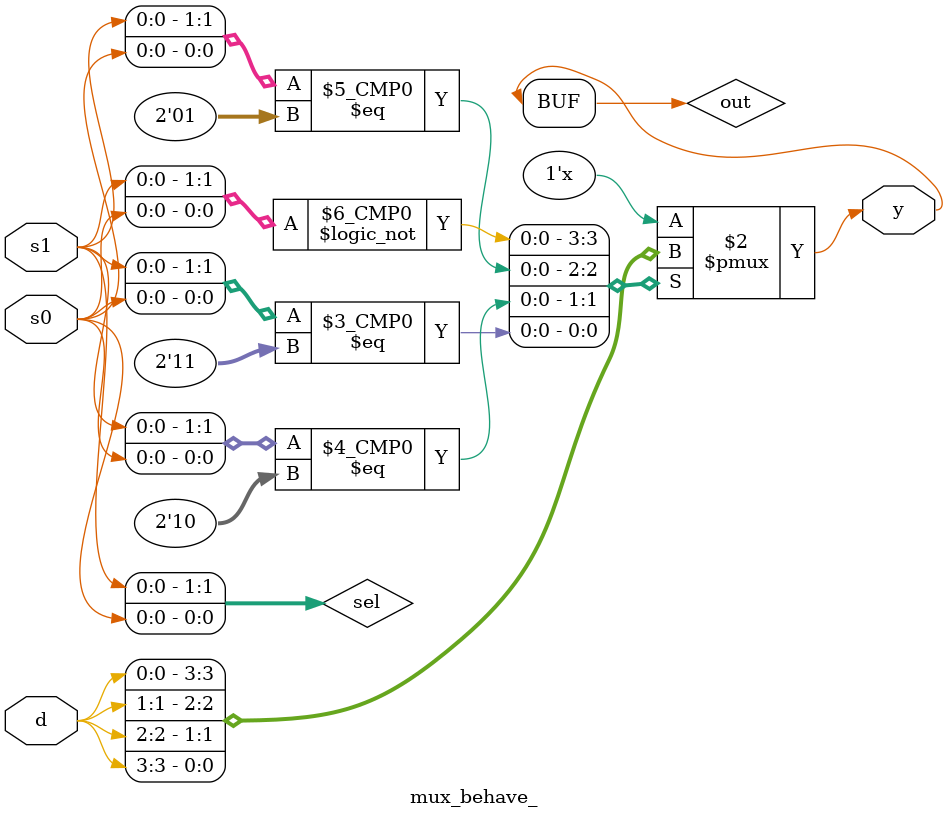
<source format=v>
`timescale 1ns / 1ps
module mux_behave_(
    input [3:0] d,
    input s0,
    input s1,
    output y
    );
	 wire [1:0] sel;
	 reg out;
	 assign y = out;
	 assign sel = {s1,s0};
	 always@(*)
	 begin
	 case(sel)
		2'b00:out=d[0];
		2'b01:out=d[1];
		2'b10:out=d[2];
		2'b11:out=d[3];
	endcase
	end

endmodule

</source>
